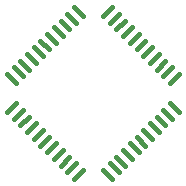
<source format=gbr>
G04 #@! TF.FileFunction,Paste,Bot*
%FSLAX46Y46*%
G04 Gerber Fmt 4.6, Leading zero omitted, Abs format (unit mm)*
G04 Created by KiCad (PCBNEW 4.0.1-stable) date Friday, September 23, 2016 'AMt' 01:17:15 AM*
%MOMM*%
G01*
G04 APERTURE LIST*
%ADD10C,0.100000*%
%ADD11C,0.450000*%
G04 APERTURE END LIST*
D10*
D11*
X124141076Y-75479658D02*
X123398614Y-74737196D01*
X124706761Y-74913973D02*
X123964299Y-74171511D01*
X125272447Y-74348287D02*
X124529985Y-73605825D01*
X125838132Y-73782602D02*
X125095670Y-73040140D01*
X126403818Y-73216916D02*
X125661356Y-72474454D01*
X126969503Y-72651231D02*
X126227041Y-71908769D01*
X127535188Y-72085546D02*
X126792726Y-71343084D01*
X128100874Y-71519860D02*
X127358412Y-70777398D01*
X128666559Y-70954175D02*
X127924097Y-70211713D01*
X129232245Y-70388489D02*
X128489783Y-69646027D01*
X129797930Y-69822804D02*
X129055468Y-69080342D01*
X132272804Y-69080342D02*
X131530342Y-69822804D01*
X132838489Y-69646027D02*
X132096027Y-70388489D01*
X133404175Y-70211713D02*
X132661713Y-70954175D01*
X133969860Y-70777398D02*
X133227398Y-71519860D01*
X134535546Y-71343084D02*
X133793084Y-72085546D01*
X135101231Y-71908769D02*
X134358769Y-72651231D01*
X135666916Y-72474454D02*
X134924454Y-73216916D01*
X136232602Y-73040140D02*
X135490140Y-73782602D01*
X136798287Y-73605825D02*
X136055825Y-74348287D01*
X137363973Y-74171511D02*
X136621511Y-74913973D01*
X137929658Y-74737196D02*
X137187196Y-75479658D01*
X137929658Y-77954532D02*
X137187196Y-77212070D01*
X137363973Y-78520217D02*
X136621511Y-77777755D01*
X136798287Y-79085903D02*
X136055825Y-78343441D01*
X136232602Y-79651588D02*
X135490140Y-78909126D01*
X135666916Y-80217274D02*
X134924454Y-79474812D01*
X135101231Y-80782959D02*
X134358769Y-80040497D01*
X134535546Y-81348644D02*
X133793084Y-80606182D01*
X133969860Y-81914330D02*
X133227398Y-81171868D01*
X133404175Y-82480015D02*
X132661713Y-81737553D01*
X132838489Y-83045701D02*
X132096027Y-82303239D01*
X132272804Y-83611386D02*
X131530342Y-82868924D01*
X129797930Y-82868924D02*
X129055468Y-83611386D01*
X129232245Y-82303239D02*
X128489783Y-83045701D01*
X128666559Y-81737553D02*
X127924097Y-82480015D01*
X128100874Y-81171868D02*
X127358412Y-81914330D01*
X127535188Y-80606182D02*
X126792726Y-81348644D01*
X126969503Y-80040497D02*
X126227041Y-80782959D01*
X126403818Y-79474812D02*
X125661356Y-80217274D01*
X125838132Y-78909126D02*
X125095670Y-79651588D01*
X125272447Y-78343441D02*
X124529985Y-79085903D01*
X124706761Y-77777755D02*
X123964299Y-78520217D01*
X124141076Y-77212070D02*
X123398614Y-77954532D01*
M02*

</source>
